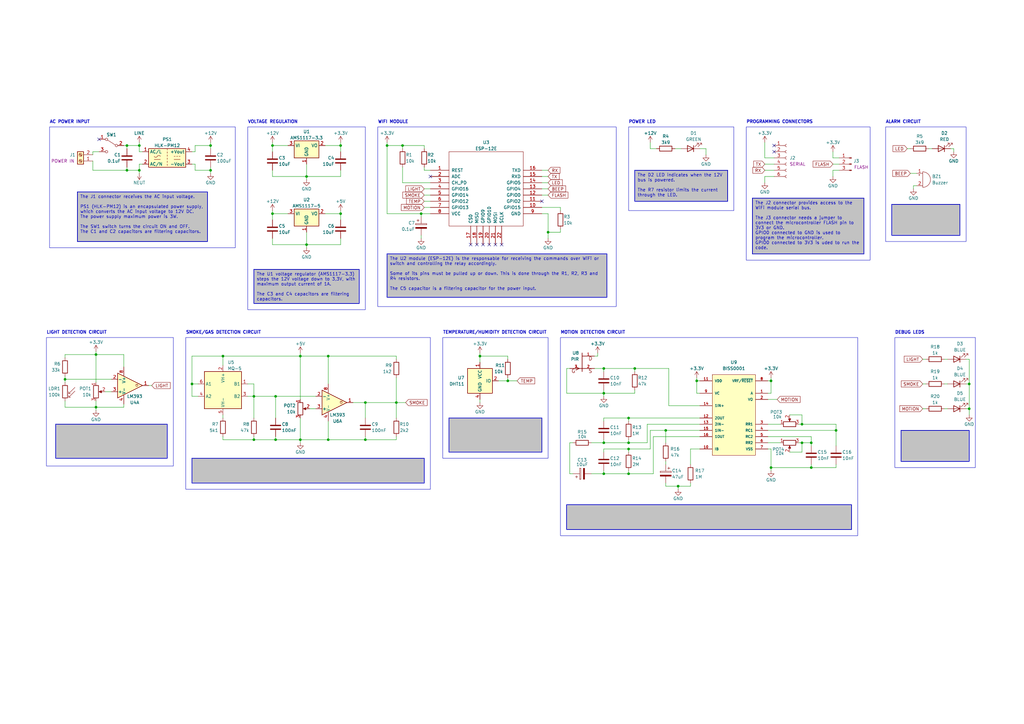
<source format=kicad_sch>
(kicad_sch (version 20230121) (generator eeschema)
  (paper "A3")
  (title_block (title "Sensor Module") (date "2024-06-20") (rev "1.0") (company "Alan Carvalho"))
  (junction (at 111.76 87.63))
  (junction (at 257.81 194.31))
  (junction (at 139.7 59.69))
  (junction (at 273.05 176.53))
  (junction (at 52.07 59.69))
  (junction (at 257.81 181.61))
  (junction (at 52.07 69.85))
  (junction (at 165.1 59.69))
  (junction (at 247.65 194.31))
  (junction (at 224.79 95.25))
  (junction (at 208.28 156.21))
  (junction (at 26.67 155.575))
  (junction (at 316.23 191.77))
  (junction (at 39.37 145.415))
  (junction (at 397.51 157.48))
  (junction (at 196.85 146.05))
  (junction (at 397.51 167.64))
  (junction (at 158.75 59.69))
  (junction (at 342.9 176.53))
  (junction (at 328.93 173.99))
  (junction (at 113.03 162.56))
  (junction (at 257.81 184.15))
  (junction (at 57.15 59.69))
  (junction (at 134.62 146.05))
  (junction (at 125.73 100.33))
  (junction (at 57.15 69.85))
  (junction (at 39.37 167.005))
  (junction (at 332.74 181.61))
  (junction (at 78.74 157.48))
  (junction (at 247.65 161.29))
  (junction (at 316.23 156.21))
  (junction (at 125.73 72.39))
  (junction (at 260.35 151.13))
  (junction (at 111.76 59.69))
  (junction (at 104.14 162.56))
  (junction (at 285.75 156.21))
  (junction (at 278.13 199.39))
  (junction (at 123.19 146.05))
  (junction (at 332.74 191.77))
  (junction (at 257.81 171.45))
  (junction (at 123.19 180.34))
  (junction (at 162.56 165.1))
  (junction (at 247.65 151.13))
  (junction (at 247.65 181.61))
  (junction (at 91.44 146.05))
  (junction (at 172.72 87.63))
  (junction (at 86.36 59.69))
  (junction (at 139.7 87.63))
  (junction (at 328.93 181.61))
  (junction (at 149.86 180.34))
  (junction (at 149.86 165.1))
  (junction (at 86.36 69.85))
  (junction (at 113.03 180.34))
  (junction (at 104.14 180.34))
  (junction (at 134.62 180.34))
  (no_connect (at 317.5 59.69))
  (no_connect (at 205.74 100.33))
  (no_connect (at 198.12 100.33))
  (no_connect (at 317.5 62.23))
  (no_connect (at 193.04 100.33))
  (no_connect (at 200.66 100.33))
  (no_connect (at 203.2 100.33))
  (no_connect (at 40.64 57.15))
  (no_connect (at 222.25 82.55))
  (no_connect (at 195.58 100.33))
  (no_connect (at 176.53 72.39))
  (wire (pts (xy 257.81 171.45) (xy 247.65 171.45)))
  (wire (pts (xy 111.76 97.79) (xy 111.76 100.33)))
  (wire (pts (xy 285.75 161.29) (xy 285.75 156.21)))
  (wire (pts (xy 113.03 180.34) (xy 104.14 180.34)))
  (wire (pts (xy 247.65 184.15) (xy 257.81 184.15)))
  (wire (pts (xy 257.81 194.31) (xy 267.97 194.31)))
  (wire (pts (xy 104.14 157.48) (xy 104.14 162.56)))
  (wire (pts (xy 78.74 162.56) (xy 81.28 162.56)))
  (wire (pts (xy 91.44 146.05) (xy 91.44 149.86)))
  (wire (pts (xy 81.28 157.48) (xy 78.74 157.48)))
  (wire (pts (xy 196.85 163.83) (xy 196.85 165.1)))
  (wire (pts (xy 332.74 190.5) (xy 332.74 191.77)))
  (wire (pts (xy 78.74 146.05) (xy 78.74 157.48)))
  (wire (pts (xy 162.56 180.34) (xy 149.86 180.34)))
  (wire (pts (xy 274.32 166.37) (xy 287.02 166.37)))
  (wire (pts (xy 314.96 161.29) (xy 316.23 161.29)))
  (wire (pts (xy 39.37 164.465) (xy 39.37 167.005)))
  (wire (pts (xy 323.85 185.42) (xy 328.93 185.42)))
  (wire (pts (xy 125.73 72.39) (xy 111.76 72.39)))
  (wire (pts (xy 387.35 147.32) (xy 388.62 147.32)))
  (wire (pts (xy 229.87 93.98) (xy 229.87 95.25)))
  (wire (pts (xy 52.07 59.69) (xy 57.15 59.69)))
  (wire (pts (xy 26.67 167.005) (xy 39.37 167.005)))
  (wire (pts (xy 224.79 95.25) (xy 229.87 95.25)))
  (wire (pts (xy 50.8 59.69) (xy 52.07 59.69)))
  (wire (pts (xy 139.7 97.79) (xy 139.7 100.33)))
  (wire (pts (xy 313.69 72.39) (xy 317.5 72.39)))
  (wire (pts (xy 314.96 176.53) (xy 342.9 176.53)))
  (wire (pts (xy 139.7 86.36) (xy 139.7 87.63)))
  (wire (pts (xy 232.41 151.13) (xy 232.41 161.29)))
  (wire (pts (xy 332.74 181.61) (xy 332.74 179.07)))
  (wire (pts (xy 224.79 87.63) (xy 222.25 87.63)))
  (wire (pts (xy 149.86 179.07) (xy 149.86 180.34)))
  (wire (pts (xy 91.44 180.34) (xy 104.14 180.34)))
  (wire (pts (xy 173.99 85.09) (xy 176.53 85.09)))
  (wire (pts (xy 222.25 80.01) (xy 224.79 80.01)))
  (wire (pts (xy 327.66 173.99) (xy 328.93 173.99)))
  (wire (pts (xy 57.15 62.23) (xy 58.42 62.23)))
  (wire (pts (xy 91.44 179.07) (xy 91.44 180.34)))
  (wire (pts (xy 341.63 72.39) (xy 341.63 69.85)))
  (wire (pts (xy 372.11 60.96) (xy 373.38 60.96)))
  (wire (pts (xy 283.21 184.15) (xy 287.02 184.15)))
  (wire (pts (xy 57.15 58.42) (xy 57.15 59.69)))
  (wire (pts (xy 173.99 82.55) (xy 176.53 82.55)))
  (wire (pts (xy 86.36 59.69) (xy 86.36 60.96)))
  (wire (pts (xy 39.37 167.005) (xy 39.37 168.275)))
  (wire (pts (xy 57.15 67.31) (xy 58.42 67.31)))
  (wire (pts (xy 26.67 146.685) (xy 26.67 145.415)))
  (wire (pts (xy 222.25 72.39) (xy 224.79 72.39)))
  (wire (pts (xy 314.96 163.83) (xy 318.77 163.83)))
  (wire (pts (xy 196.85 144.78) (xy 196.85 146.05)))
  (wire (pts (xy 342.9 190.5) (xy 342.9 191.77)))
  (wire (pts (xy 111.76 86.36) (xy 111.76 87.63)))
  (wire (pts (xy 38.1 66.04) (xy 38.1 69.85)))
  (wire (pts (xy 134.62 146.05) (xy 123.19 146.05)))
  (wire (pts (xy 316.23 191.77) (xy 332.74 191.77)))
  (wire (pts (xy 26.67 155.575) (xy 26.67 156.845)))
  (wire (pts (xy 378.46 157.48) (xy 379.73 157.48)))
  (wire (pts (xy 342.9 173.99) (xy 342.9 176.53)))
  (wire (pts (xy 52.07 59.69) (xy 52.07 60.96)))
  (wire (pts (xy 208.28 146.05) (xy 196.85 146.05)))
  (wire (pts (xy 313.69 64.77) (xy 317.5 64.77)))
  (wire (pts (xy 247.65 161.29) (xy 247.65 162.56)))
  (wire (pts (xy 257.81 171.45) (xy 257.81 172.72)))
  (wire (pts (xy 285.75 154.94) (xy 285.75 156.21)))
  (wire (pts (xy 173.99 69.85) (xy 173.99 68.58)))
  (wire (pts (xy 50.8 167.005) (xy 39.37 167.005)))
  (wire (pts (xy 245.11 146.05) (xy 245.11 144.78)))
  (wire (pts (xy 50.8 145.415) (xy 50.8 150.495)))
  (wire (pts (xy 101.6 162.56) (xy 104.14 162.56)))
  (wire (pts (xy 341.63 69.85) (xy 344.17 69.85)))
  (wire (pts (xy 39.37 145.415) (xy 39.37 156.845)))
  (wire (pts (xy 113.03 179.07) (xy 113.03 180.34)))
  (wire (pts (xy 313.69 74.93) (xy 313.69 72.39)))
  (wire (pts (xy 113.03 162.56) (xy 129.54 162.56)))
  (wire (pts (xy 266.7 176.53) (xy 266.7 184.15)))
  (wire (pts (xy 162.56 165.1) (xy 166.37 165.1)))
  (wire (pts (xy 287.02 161.29) (xy 285.75 161.29)))
  (wire (pts (xy 111.76 59.69) (xy 118.11 59.69)))
  (wire (pts (xy 289.56 60.96) (xy 289.56 63.5)))
  (wire (pts (xy 86.36 59.69) (xy 86.36 58.42)))
  (wire (pts (xy 162.56 179.07) (xy 162.56 180.34)))
  (wire (pts (xy 86.36 71.12) (xy 86.36 69.85)))
  (wire (pts (xy 341.63 67.31) (xy 344.17 67.31)))
  (wire (pts (xy 208.28 156.21) (xy 212.09 156.21)))
  (wire (pts (xy 287.02 173.99) (xy 265.43 173.99)))
  (wire (pts (xy 260.35 151.13) (xy 260.35 152.4)))
  (wire (pts (xy 328.93 181.61) (xy 332.74 181.61)))
  (wire (pts (xy 232.41 161.29) (xy 247.65 161.29)))
  (wire (pts (xy 247.65 180.34) (xy 247.65 181.61)))
  (wire (pts (xy 257.81 181.61) (xy 265.43 181.61)))
  (wire (pts (xy 378.46 147.32) (xy 379.73 147.32)))
  (wire (pts (xy 257.81 184.15) (xy 266.7 184.15)))
  (wire (pts (xy 111.76 58.42) (xy 111.76 59.69)))
  (wire (pts (xy 313.69 58.42) (xy 313.69 64.77)))
  (wire (pts (xy 224.79 95.25) (xy 224.79 87.63)))
  (wire (pts (xy 111.76 69.85) (xy 111.76 72.39)))
  (wire (pts (xy 39.37 144.145) (xy 39.37 145.415)))
  (wire (pts (xy 323.85 170.18) (xy 328.93 170.18)))
  (wire (pts (xy 397.51 147.32) (xy 397.51 157.48)))
  (wire (pts (xy 125.73 72.39) (xy 125.73 73.66)))
  (wire (pts (xy 242.57 181.61) (xy 247.65 181.61)))
  (wire (pts (xy 273.05 198.12) (xy 273.05 199.39)))
  (wire (pts (xy 162.56 154.94) (xy 162.56 165.1)))
  (wire (pts (xy 247.65 171.45) (xy 247.65 172.72)))
  (wire (pts (xy 273.05 176.53) (xy 287.02 176.53)))
  (wire (pts (xy 139.7 58.42) (xy 139.7 59.69)))
  (wire (pts (xy 332.74 182.88) (xy 332.74 181.61)))
  (wire (pts (xy 342.9 176.53) (xy 342.9 182.88)))
  (wire (pts (xy 176.53 69.85) (xy 173.99 69.85)))
  (wire (pts (xy 176.53 74.93) (xy 165.1 74.93)))
  (wire (pts (xy 149.86 180.34) (xy 134.62 180.34)))
  (wire (pts (xy 283.21 190.5) (xy 283.21 184.15)))
  (wire (pts (xy 104.14 162.56) (xy 104.14 171.45)))
  (wire (pts (xy 123.19 180.34) (xy 113.03 180.34)))
  (wire (pts (xy 173.99 77.47) (xy 176.53 77.47)))
  (wire (pts (xy 397.51 157.48) (xy 397.51 167.64)))
  (wire (pts (xy 327.66 181.61) (xy 328.93 181.61)))
  (wire (pts (xy 316.23 184.15) (xy 314.96 184.15)))
  (wire (pts (xy 247.65 151.13) (xy 243.84 151.13)))
  (wire (pts (xy 396.24 147.32) (xy 397.51 147.32)))
  (wire (pts (xy 260.35 151.13) (xy 274.32 151.13)))
  (wire (pts (xy 139.7 87.63) (xy 133.35 87.63)))
  (wire (pts (xy 172.72 96.52) (xy 172.72 97.79)))
  (wire (pts (xy 287.02 60.96) (xy 289.56 60.96)))
  (wire (pts (xy 125.73 95.25) (xy 125.73 100.33)))
  (wire (pts (xy 80.01 67.31) (xy 78.74 67.31)))
  (wire (pts (xy 165.1 74.93) (xy 165.1 68.58)))
  (wire (pts (xy 287.02 179.07) (xy 267.97 179.07)))
  (wire (pts (xy 314.96 179.07) (xy 332.74 179.07)))
  (wire (pts (xy 39.37 145.415) (xy 50.8 145.415)))
  (wire (pts (xy 257.81 184.15) (xy 257.81 185.42)))
  (wire (pts (xy 127 167.64) (xy 129.54 167.64)))
  (wire (pts (xy 208.28 147.32) (xy 208.28 146.05)))
  (wire (pts (xy 387.35 157.48) (xy 388.62 157.48)))
  (wire (pts (xy 80.01 62.23) (xy 78.74 62.23)))
  (wire (pts (xy 234.95 194.31) (xy 233.68 194.31)))
  (wire (pts (xy 134.62 180.34) (xy 123.19 180.34)))
  (wire (pts (xy 43.18 160.655) (xy 45.72 160.655)))
  (wire (pts (xy 162.56 165.1) (xy 162.56 171.45)))
  (wire (pts (xy 123.19 144.78) (xy 123.19 146.05)))
  (wire (pts (xy 283.21 199.39) (xy 283.21 198.12)))
  (wire (pts (xy 381 60.96) (xy 382.27 60.96)))
  (wire (pts (xy 233.68 151.13) (xy 232.41 151.13)))
  (wire (pts (xy 391.16 62.23) (xy 391.16 60.96)))
  (wire (pts (xy 139.7 90.17) (xy 139.7 87.63)))
  (wire (pts (xy 243.84 146.05) (xy 245.11 146.05)))
  (wire (pts (xy 158.75 59.69) (xy 165.1 59.69)))
  (wire (pts (xy 267.97 179.07) (xy 267.97 194.31)))
  (wire (pts (xy 125.73 67.31) (xy 125.73 72.39)))
  (wire (pts (xy 111.76 90.17) (xy 111.76 87.63)))
  (wire (pts (xy 40.64 62.23) (xy 38.1 62.23)))
  (wire (pts (xy 224.79 97.79) (xy 224.79 95.25)))
  (wire (pts (xy 273.05 189.23) (xy 273.05 190.5)))
  (wire (pts (xy 134.62 172.72) (xy 134.62 180.34)))
  (wire (pts (xy 397.51 167.64) (xy 397.51 170.18)))
  (wire (pts (xy 162.56 165.1) (xy 149.86 165.1)))
  (wire (pts (xy 165.1 59.69) (xy 173.99 59.69)))
  (wire (pts (xy 233.68 181.61) (xy 234.95 181.61)))
  (wire (pts (xy 278.13 199.39) (xy 278.13 200.66)))
  (wire (pts (xy 247.65 152.4) (xy 247.65 151.13)))
  (wire (pts (xy 222.25 77.47) (xy 224.79 77.47)))
  (wire (pts (xy 328.93 185.42) (xy 328.93 181.61)))
  (wire (pts (xy 38.1 62.23) (xy 38.1 63.5)))
  (wire (pts (xy 341.63 62.23) (xy 341.63 64.77)))
  (wire (pts (xy 123.19 146.05) (xy 91.44 146.05)))
  (wire (pts (xy 242.57 194.31) (xy 247.65 194.31)))
  (wire (pts (xy 125.73 100.33) (xy 111.76 100.33)))
  (wire (pts (xy 78.74 157.48) (xy 78.74 162.56)))
  (wire (pts (xy 158.75 58.42) (xy 158.75 59.69)))
  (wire (pts (xy 204.47 156.21) (xy 208.28 156.21)))
  (wire (pts (xy 391.16 60.96) (xy 389.89 60.96)))
  (wire (pts (xy 316.23 184.15) (xy 316.23 191.77)))
  (wire (pts (xy 139.7 69.85) (xy 139.7 72.39)))
  (wire (pts (xy 123.19 180.34) (xy 123.19 181.61)))
  (wire (pts (xy 208.28 154.94) (xy 208.28 156.21)))
  (wire (pts (xy 314.96 181.61) (xy 320.04 181.61)))
  (wire (pts (xy 316.23 193.04) (xy 316.23 191.77)))
  (wire (pts (xy 273.05 199.39) (xy 278.13 199.39)))
  (wire (pts (xy 139.7 72.39) (xy 125.73 72.39)))
  (wire (pts (xy 273.05 176.53) (xy 266.7 176.53)))
  (wire (pts (xy 26.67 145.415) (xy 39.37 145.415)))
  (wire (pts (xy 233.68 194.31) (xy 233.68 181.61)))
  (wire (pts (xy 80.01 67.31) (xy 80.01 69.85)))
  (wire (pts (xy 139.7 62.23) (xy 139.7 59.69)))
  (wire (pts (xy 101.6 157.48) (xy 104.14 157.48)))
  (wire (pts (xy 342.9 191.77) (xy 332.74 191.77)))
  (wire (pts (xy 52.07 69.85) (xy 57.15 69.85)))
  (wire (pts (xy 278.13 199.39) (xy 283.21 199.39)))
  (wire (pts (xy 158.75 87.63) (xy 172.72 87.63)))
  (wire (pts (xy 222.25 69.85) (xy 224.79 69.85)))
  (wire (pts (xy 396.24 157.48) (xy 397.51 157.48)))
  (wire (pts (xy 257.81 180.34) (xy 257.81 181.61)))
  (wire (pts (xy 91.44 146.05) (xy 78.74 146.05)))
  (wire (pts (xy 80.01 59.69) (xy 86.36 59.69)))
  (wire (pts (xy 26.67 155.575) (xy 45.72 155.575)))
  (wire (pts (xy 80.01 59.69) (xy 80.01 62.23)))
  (wire (pts (xy 328.93 170.18) (xy 328.93 173.99)))
  (wire (pts (xy 229.87 86.36) (xy 229.87 85.09)))
  (wire (pts (xy 26.67 164.465) (xy 26.67 167.005)))
  (wire (pts (xy 266.7 60.96) (xy 266.7 58.42)))
  (wire (pts (xy 316.23 156.21) (xy 316.23 154.94)))
  (wire (pts (xy 222.25 74.93) (xy 224.79 74.93)))
  (wire (pts (xy 316.23 161.29) (xy 316.23 156.21)))
  (wire (pts (xy 247.65 185.42) (xy 247.65 184.15)))
  (wire (pts (xy 86.36 68.58) (xy 86.36 69.85)))
  (wire (pts (xy 134.62 146.05) (xy 134.62 157.48)))
  (wire (pts (xy 38.1 69.85) (xy 52.07 69.85)))
  (wire (pts (xy 57.15 59.69) (xy 57.15 62.23)))
  (wire (pts (xy 328.93 173.99) (xy 342.9 173.99)))
  (wire (pts (xy 125.73 100.33) (xy 125.73 101.6)))
  (wire (pts (xy 373.38 71.12) (xy 375.92 71.12)))
  (wire (pts (xy 378.46 167.64) (xy 379.73 167.64)))
  (wire (pts (xy 104.14 179.07) (xy 104.14 180.34)))
  (wire (pts (xy 57.15 69.85) (xy 57.15 67.31)))
  (wire (pts (xy 273.05 176.53) (xy 273.05 181.61)))
  (wire (pts (xy 158.75 59.69) (xy 158.75 87.63)))
  (wire (pts (xy 314.96 173.99) (xy 320.04 173.99)))
  (wire (pts (xy 134.62 146.05) (xy 162.56 146.05)))
  (wire (pts (xy 276.86 60.96) (xy 279.4 60.96)))
  (wire (pts (xy 285.75 156.21) (xy 287.02 156.21)))
  (wire (pts (xy 274.32 151.13) (xy 274.32 166.37)))
  (wire (pts (xy 50.8 165.735) (xy 50.8 167.005)))
  (wire (pts (xy 247.65 160.02) (xy 247.65 161.29)))
  (wire (pts (xy 139.7 59.69) (xy 133.35 59.69)))
  (wire (pts (xy 387.35 167.64) (xy 388.62 167.64)))
  (wire (pts (xy 60.96 158.115) (xy 62.23 158.115)))
  (wire (pts (xy 111.76 62.23) (xy 111.76 59.69)))
  (wire (pts (xy 139.7 100.33) (xy 125.73 100.33)))
  (wire (pts (xy 257.81 194.31) (xy 247.65 194.31)))
  (wire (pts (xy 260.35 160.02) (xy 260.35 161.29)))
  (wire (pts (xy 341.63 64.77) (xy 344.17 64.77)))
  (wire (pts (xy 144.78 165.1) (xy 149.86 165.1)))
  (wire (pts (xy 257.81 193.04) (xy 257.81 194.31)))
  (wire (pts (xy 80.01 69.85) (xy 86.36 69.85)))
  (wire (pts (xy 265.43 173.99) (xy 265.43 181.61)))
  (wire (pts (xy 196.85 146.05) (xy 196.85 148.59)))
  (wire (pts (xy 229.87 85.09) (xy 222.25 85.09)))
  (wire (pts (xy 123.19 146.05) (xy 123.19 163.83)))
  (wire (pts (xy 57.15 69.85) (xy 57.15 71.12)))
  (wire (pts (xy 149.86 165.1) (xy 149.86 171.45)))
  (wire (pts (xy 314.96 156.21) (xy 316.23 156.21)))
  (wire (pts (xy 374.65 76.2) (xy 375.92 76.2)))
  (wire (pts (xy 52.07 68.58) (xy 52.07 69.85)))
  (wire (pts (xy 269.24 60.96) (xy 266.7 60.96)))
  (wire (pts (xy 374.65 77.47) (xy 374.65 76.2)))
  (wire (pts (xy 173.99 80.01) (xy 176.53 80.01)))
  (wire (pts (xy 396.24 167.64) (xy 397.51 167.64)))
  (wire (pts (xy 162.56 147.32) (xy 162.56 146.05)))
  (wire (pts (xy 173.99 60.96) (xy 173.99 59.69)))
  (wire (pts (xy 113.03 162.56) (xy 104.14 162.56)))
  (wire (pts (xy 247.65 161.29) (xy 260.35 161.29)))
  (wire (pts (xy 123.19 171.45) (xy 123.19 180.34)))
  (wire (pts (xy 247.65 193.04) (xy 247.65 194.31)))
  (wire (pts (xy 172.72 87.63) (xy 172.72 88.9)))
  (wire (pts (xy 26.67 154.305) (xy 26.67 155.575)))
  (wire (pts (xy 313.69 67.31) (xy 317.5 67.31)))
  (wire (pts (xy 257.81 181.61) (xy 247.65 181.61)))
  (wire (pts (xy 247.65 151.13) (xy 260.35 151.13)))
  (wire (pts (xy 257.81 171.45) (xy 287.02 171.45)))
  (wire (pts (xy 172.72 87.63) (xy 176.53 87.63)))
  (wire (pts (xy 111.76 87.63) (xy 118.11 87.63)))
  (wire (pts (xy 165.1 60.96) (xy 165.1 59.69)))
  (wire (pts (xy 91.44 170.18) (xy 91.44 171.45)))
  (wire (pts (xy 313.69 69.85) (xy 317.5 69.85)))
  (wire (pts (xy 113.03 171.45) (xy 113.03 162.56)))
  (rectangle (start 363.22 52.07) (end 396.24 99.06))
  (rectangle (start 76.2 138.43) (end 176.53 200.66))
  (rectangle (start 19.05 138.43) (end 71.12 191.135))
  (rectangle (start 306.07 52.07) (end 356.87 106.68))
  (rectangle (start 101.6 52.07) (end 149.86 127))
  (rectangle (start 154.94 52.07) (end 252.73 125.73))
  (rectangle (start 181.61 138.43) (end 224.79 187.96))
  (rectangle (start 229.87 138.43) (end 351.79 219.71))
  (rectangle (start 20.32 52.07) (end 96.52 101.6))
  (rectangle (start 257.81 52.07) (end 300.99 86.36))
  (rectangle (start 367.03 138.43) (end 400.05 191.77))
  (text_box "" (at 365.76 83.82 0) (size 27.94 12.7) (stroke (width 0.3)) (fill (type color) (color 194 194 194 1)) (effects (font (size 1.27 1.27)) (justify left top)))
  (text_box "The J1 connector receives the AC input voltage.\n\nPS1 (HLK-PM12) is an encapsulated power supply, which converts the AC input voltage to 12V DC.\nThe power supply maximum power is 3W. \n\nThe SW1 switch turns the circuit ON and OFF. \nThe C1 and C2 capacitors are filtering capacitors." (at 31.75 78.74 0) (size 53.34 20.32) (stroke (width 0.3)) (fill (type color) (color 194 194 194 1)) (effects (font (size 1.27 1.27)) (justify left top)))
  (text_box "The J2 connector provides access to the WiFi module serial bus.\n\nThe J3 connector needs a jumper to connect the microcontroller FLASH pin to 3V3 or GND.\nGPIO0 connected to GND is used to program the microcontroller.\nGPIO0 connected to 3V3 is uded to run the code." (at 308.61 81.28 0) (size 45.72 22.86) (stroke (width 0.3)) (fill (type color) (color 194 194 194 1)) (effects (font (size 1.27 1.27)) (justify left top)))
  (text_box "" (at 22.86 173.99 0) (size 45.72 13.97) (stroke (width 0.3)) (fill (type color) (color 194 194 194 1)) (effects (font (size 1.27 1.27)) (justify left top)))
  (text_box "The D2 LED indicates when the 12V bus is powered.\n\nThe R7 resistor limits the current through the LED." (at 260.35 69.85 0) (size 38.1 12.7) (stroke (width 0.3)) (fill (type color) (color 194 194 194 1)) (effects (font (size 1.27 1.27)) (justify left top)))
  (text_box "The U2 module (ESP-12E) is the responsable for receiving the commands over WiFi or switch and controlling the relay accordingly.\n\nSome of its pins must be pulled up or down. This is done through the R1, R2, R3 and R4 resistors.\n\nThe C5 capacitor is a filtering capacitor for the power input." (at 158.75 104.14 0) (size 90.17 17.78) (stroke (width 0.3)) (fill (type color) (color 194 194 194 1)) (effects (font (size 1.27 1.27)) (justify left top)))
  (text_box "" (at 184.15 171.45 0) (size 38.1 13.97) (stroke (width 0.3)) (fill (type color) (color 194 194 194 1)) (effects (font (size 1.27 1.27)) (justify left top)))
  (text_box "The U1 voltage regulator (AMS1117-3.3) steps the 12V voltage down to 3,3V, with maximum output current of 1A.\n \nThe C3 and C4 capacitors are filtering capacitors." (at 104.14 110.49 0) (size 43.18 13.97) (stroke (width 0.3)) (fill (type color) (color 194 194 194 1)) (effects (font (size 1.27 1.27)) (justify left top)))
  (text_box "" (at 232.41 207.01 0) (size 116.84 10.16) (stroke (width 0.3)) (fill (type color) (color 194 194 194 1)) (effects (font (size 1.27 1.27)) (justify left top)))
  (text_box "" (at 78.74 187.96 0) (size 95.25 10.16) (stroke (width 0.3)) (fill (type color) (color 194 194 194 1)) (effects (font (size 1.27 1.27)) (justify left top)))
  (text_box "" (at 369.57 176.53 0) (size 27.94 12.7) (stroke (width 0.3)) (fill (type color) (color 194 194 194 1)) (effects (font (size 1.27 1.27)) (justify left top)))
  (text "PROGRAMMING CONNECTORS" (at 306.07 50.8 0) (effects (font (size 1.27 1.27) (thickness 0.254) bold) (justify left bottom)))
  (text "POWER LED" (at 257.81 50.8 0) (effects (font (size 1.27 1.27) (thickness 0.254) bold) (justify left bottom)))
  (text "LIGHT DETECTION CIRCUIT" (at 19.05 137.16 0) (effects (font (size 1.27 1.27) (thickness 0.254) bold) (justify left bottom)))
  (text "AC POWER INPUT" (at 20.32 50.8 0) (effects (font (size 1.27 1.27) (thickness 0.254) bold) (justify left bottom)))
  (text "MOTION DETECTION CIRCUIT" (at 229.87 137.16 0) (effects (font (size 1.27 1.27) (thickness 0.254) bold) (justify left bottom)))
  (text "DEBUG LEDS" (at 367.03 137.16 0) (effects (font (size 1.27 1.27) (thickness 0.254) bold) (justify left bottom)))
  (text "SMOKE/GAS DETECTION CIRCUIT" (at 76.2 137.16 0) (effects (font (size 1.27 1.27) (thickness 0.254) bold) (justify left bottom)))
  (text "ALARM CIRCUIT" (at 363.22 50.8 0) (effects (font (size 1.27 1.27) (thickness 0.254) bold) (justify left bottom)))
  (text "WIFI MODULE" (at 154.94 50.8 0) (effects (font (size 1.27 1.27) (thickness 0.254) bold) (justify left bottom)))
  (text "VOLTAGE REGULATION" (at 101.6 50.8 0) (effects (font (size 1.27 1.27) (thickness 0.254) bold) (justify left bottom)))
  (text "TEMPERATURE/HUMIDITY DETECTION CIRCUIT" (at 181.61 137.16 0) (effects (font (size 1.27 1.27) (thickness 0.254) bold) (justify left bottom)))
  (global_label "TX" (shape input) (at 224.79 72.39 0) (property "Intersheetrefs" "${INTERSHEET_REFS}" (effects hide)))
  (global_label "SMOKE" (shape input) (at 173.99 80.01 180) (property "Intersheetrefs" "${INTERSHEET_REFS}" (effects hide)))
  (global_label "TX" (shape input) (at 313.69 67.31 180) (property "Intersheetrefs" "${INTERSHEET_REFS}" (effects hide)))
  (global_label "BEEP" (shape input) (at 224.79 77.47 0) (property "Intersheetrefs" "${INTERSHEET_REFS}" (effects hide)))
  (global_label "BEEP" (shape input) (at 373.38 71.12 180) (property "Intersheetrefs" "${INTERSHEET_REFS}" (effects hide)))
  (global_label "TEMP" (shape input) (at 212.09 156.21 0) (property "Intersheetrefs" "${INTERSHEET_REFS}" (effects hide)))
  (global_label "LIGHT" (shape input) (at 378.46 147.32 180) (property "Intersheetrefs" "${INTERSHEET_REFS}" (effects hide)))
  (global_label "MOTION" (shape input) (at 173.99 85.09 180) (property "Intersheetrefs" "${INTERSHEET_REFS}" (effects hide)))
  (global_label "MOTION" (shape input) (at 378.46 167.64 180) (property "Intersheetrefs" "${INTERSHEET_REFS}" (effects hide)))
  (global_label "LIGHT" (shape input) (at 62.23 158.115 0) (property "Intersheetrefs" "${INTERSHEET_REFS}" (effects hide)))
  (global_label "FLASH" (shape input) (at 341.63 67.31 180) (property "Intersheetrefs" "${INTERSHEET_REFS}" (effects hide)))
  (global_label "LED" (shape input) (at 372.11 60.96 180) (property "Intersheetrefs" "${INTERSHEET_REFS}" (effects hide)))
  (global_label "SMOKE" (shape input) (at 378.46 157.48 180) (property "Intersheetrefs" "${INTERSHEET_REFS}" (effects hide)))
  (global_label "SMOKE" (shape input) (at 166.37 165.1 0) (property "Intersheetrefs" "${INTERSHEET_REFS}" (effects hide)))
  (global_label "MOTION" (shape input) (at 318.77 163.83 0) (property "Intersheetrefs" "${INTERSHEET_REFS}" (effects hide)))
  (global_label "LED" (shape input) (at 224.79 74.93 0) (property "Intersheetrefs" "${INTERSHEET_REFS}" (effects hide)))
  (global_label "TEMP" (shape input) (at 173.99 82.55 180) (property "Intersheetrefs" "${INTERSHEET_REFS}" (effects hide)))
  (global_label "FLASH" (shape input) (at 224.79 80.01 0) (property "Intersheetrefs" "${INTERSHEET_REFS}" (effects hide)))
  (global_label "LIGHT" (shape input) (at 173.99 77.47 180) (property "Intersheetrefs" "${INTERSHEET_REFS}" (effects hide)))
  (global_label "RX" (shape input) (at 313.69 69.85 180) (property "Intersheetrefs" "${INTERSHEET_REFS}" (effects hide)))
  (global_label "RX" (shape input) (at 224.79 69.85 0) (property "Intersheetrefs" "${INTERSHEET_REFS}" (effects hide)))
  (symbol (lib_id "Switch:SW_SPDT") (at 45.72 59.69 0) (mirror y) (unit 1)
    (property "Reference" "SW1" (at 45.72 55.245 0))
    (property "Value" "SW_SPDT" (effects hide))
    (property "Footprint" "MyLibrary:Toggle_Switch_SelfLocking_7x7" (effects hide))
  )
  (symbol (lib_id "Device:C") (at 342.9 186.69 0) (unit 1)
    (property "Reference" "C16" (at 345.44 185.42 0) (effects (justify left)))
    (property "Value" "10nF" (at 345.44 187.96 0) (effects (justify left)))
    (property "Footprint" "Capacitor_SMD:C_0603_1608Metric" (effects hide))
    (property "Voltage" "16V" (effects hide))
  )
  (symbol (lib_id "Device:C_Polarized") (at 238.76 194.31 90) (unit 1)
    (property "Reference" "C13" (at 238.76 188.595 90))
    (property "Value" "10uF" (at 238.76 190.5 90))
    (property "Footprint" "Capacitor_SMD:CP_Elec_5x5.4" (effects hide))
  )
  (symbol (lib_id "power:+12V") (at 111.76 86.36 0) (unit 1)
    (property "Reference" "#PWR08" (effects hide))
    (property "Value" "+12V" (at 111.76 82.55 0))
  )
  (symbol (lib_id "power:+3.3V") (at 39.37 144.145 0) (unit 1)
    (property "Reference" "#PWR01" (effects hide))
    (property "Value" "+3.3V" (at 39.37 140.335 0))
  )
  (symbol (lib_id "Device:R") (at 208.28 151.13 0) (unit 1)
    (property "Reference" "R11" (at 205.105 149.86 0))
    (property "Value" "10k" (at 206.375 152.4 0) (effects (justify right)))
    (property "Footprint" "Resistor_SMD:R_0603_1608Metric" (effects hide))
    (property "Tolerance" "5%" (effects hide))
    (property "Power" "1/10W" (effects hide))
  )
  (symbol (lib_id "power:GND") (at 224.79 97.79 0) (unit 1)
    (property "Reference" "#PWR019" (effects hide))
    (property "Value" "GND" (at 224.79 101.6 0))
  )
  (symbol (lib_id "power:GND") (at 391.16 62.23 0) (unit 1)
    (property "Reference" "#PWR033" (effects hide))
    (property "Value" "GND" (at 391.16 66.04 0))
  )
  (symbol (lib_id "Device:C_Polarized") (at 172.72 92.71 0) (unit 1)
    (property "Reference" "C7" (at 170.18 91.44 0) (effects (justify right)))
    (property "Value" "0.1uF" (at 170.18 93.98 0) (effects (justify right)))
    (property "Footprint" "Capacitor_SMD:C_0603_1608Metric" (effects hide))
    (property "Voltage" "6.3V" (effects hide))
  )
  (symbol (lib_id "Connector:Conn_01x06_Socket") (at 322.58 64.77 0) (unit 1)
    (property "Reference" "J2" (at 323.85 64.77 0) (effects (justify left)))
    (property "Value" "Conn_01x06_Socket" (effects hide))
    (property "Footprint" "Connector_PinHeader_2.54mm:PinHeader_1x06_P2.54mm_Vertical" (effects hide))
    (property "Description" "SERIAL" (at 323.85 67.31 0) (effects (justify left)))
  )
  (symbol (lib_id "Device:R") (at 257.81 176.53 180) (unit 1)
    (property "Reference" "R13" (at 263.144 175.26 0) (effects (justify left)))
    (property "Value" "1M" (at 262.128 177.8 0) (effects (justify left)))
    (property "Footprint" "Resistor_SMD:R_0603_1608Metric" (effects hide))
    (property "Tolerance" "5%" (effects hide))
    (property "Power" "1/10W" (effects hide))
  )
  (symbol (lib_id "power:+3.3V") (at 196.85 144.78 0) (unit 1)
    (property "Reference" "#PWR017" (effects hide))
    (property "Value" "+3.3V" (at 196.85 140.97 0))
  )
  (symbol (lib_id "power:+3.3V") (at 316.23 154.94 0) (unit 1)
    (property "Reference" "#PWR028" (effects hide))
    (property "Value" "+3.3V" (at 316.23 151.13 0))
  )
  (symbol (lib_id "Sensor_Optical:LDR07") (at 26.67 160.655 0) (mirror y) (unit 1)
    (property "Reference" "LDR1" (at 24.765 159.385 0) (effects (justify left)))
    (property "Value" "100k" (at 24.765 161.925 0) (effects (justify left)))
    (property "Footprint" "OptoDevice:R_LDR_5.1x4.3mm_P3.4mm_Vertical" (effects hide))
    (property "Datasheet" "http://www.tme.eu/de/Document/f2e3ad76a925811312d226c31da4cd7e/LDR07.pdf" (effects hide))
  )
  (symbol (lib_id "Device:R") (at 257.81 189.23 0) (mirror y) (unit 1)
    (property "Reference" "R14" (at 263.144 187.96 0) (effects (justify left)))
    (property "Value" "2M" (at 262.255 190.5 0) (effects (justify left)))
    (property "Footprint" "Resistor_SMD:R_0603_1608Metric" (effects hide))
    (property "Tolerance" "5%" (effects hide))
    (property "Power" "1/10W" (effects hide))
  )
  (symbol (lib_id "Device:R") (at 377.19 60.96 270) (unit 1)
    (property "Reference" "R5" (at 377.19 55.88 90))
    (property "Value" "3k9" (at 377.19 58.42 90))
    (property "Footprint" "Resistor_SMD:R_0603_1608Metric" (effects hide))
    (property "Tolerance" "5%" (effects hide))
    (property "Power" "1/10W" (effects hide))
  )
  (symbol (lib_id "Sensor_Gas:MQ-6") (at 91.44 160.02 0) (unit 1)
    (property "Reference" "U5" (at 93.345 148.59 0) (effects (justify left)))
    (property "Value" "MQ-5" (at 93.345 151.13 0) (effects (justify left)))
    (property "Footprint" "Sensor:MQ-6" (effects hide))
    (property "Datasheet" "https://www.winsen-sensor.com/d/files/semiconductor/mq-6.pdf" (effects hide))
  )
  (symbol (lib_id "Connector:Conn_01x03_Pin") (at 349.25 67.31 0) (mirror y) (unit 1)
    (property "Reference" "J3" (at 352.425 66.04 0) (effects (justify left)))
    (property "Value" "Conn_01x03_Socket" (effects hide))
    (property "Footprint" "Connector_PinSocket_2.54mm:PinSocket_1x03_P2.54mm_Vertical" (effects hide))
    (property "Description" "FLASH" (at 356.235 68.58 0) (effects (justify left)))
  )
  (symbol (lib_id "Device:C") (at 111.76 93.98 0) (unit 1)
    (property "Reference" "C5" (at 114.3 92.71 0) (effects (justify left)))
    (property "Value" "10uF" (at 114.3 95.25 0) (effects (justify left)))
    (property "Footprint" "Capacitor_Tantalum_SMD:CP_EIA-3216-18_Kemet-A" (effects hide))
    (property "Voltage" "16V" (effects hide))
  )
  (symbol (lib_id "My_Library:BISS0001") (at 300.99 170.18 0) (unit 1)
    (property "Reference" "U9" (at 300.99 148.59 0))
    (property "Value" "BISS0001" (at 300.99 151.13 0))
    (property "Footprint" "MyLibrary:SOIC127P600X180-16N" (effects hide))
    (property "E2_MAX" "0.0" (effects hide))
    (property "B_NOM" "0.45" (effects hide))
    (property "D_MAX" "10.0" (effects hide))
    (property "E1_NOM" "3.9" (effects hide))
    (property "E1_MIN" "3.9" (effects hide))
    (property "B_MAX" "0.45" (effects hide))
    (property "Description" "\nBISS0001, D203S, MD7133H Passive Infrared (PIR) Sensor Platform Evaluation Expansion Board\n" (effects hide))
    (property "Price" "None" (effects hide))
    (property "D2_MAX" "0.0" (effects hide))
    (property "ENOM" "1.27" (effects hide))
    (property "D_NOM" "10.0" (effects hide))
    (property "L_MAX" "0.5" (effects hide))
    (property "A_MAX" "1.8" (effects hide))
    (property "Package" "None" (effects hide))
    (property "A_NOM" "1.8" (effects hide))
    (property "Check_prices" "https://www.snapeda.com/parts/BISS0001/Shenzhen+Haiwang+Sensor+Co.+Ltd./view-part/?ref=eda" (effects hide))
    (property "A_MIN" "1.8" (effects hide))
    (property "STANDARD" "IPC 7351B" (effects hide))
    (property "SnapEDA_Link" "https://www.snapeda.com/parts/BISS0001/Shenzhen+Haiwang+Sensor+Co.+Ltd./view-part/?ref=snap" (effects hide))
    (property "E_NOM" "6.0" (effects hide))
    (property "B_MIN" "0.45" (effects hide))
    (property "PIN_COUNT" "16.0" (effects hide))
    (property "L_NOM" "0.5" (effects hide))
    (property "MANUFACTURER" "SC Electronics Tech" (effects hide))
    (property "MF" "Shenzhen Haiwang Sensor Co. Ltd." (effects hide))
    (property "A1_MIN" "0.1" (effects hide))
    (property "E1_MAX" "3.9" (effects hide))
    (property "E_MIN" "6.0" (effects hide))
    (property "D_MIN" "10.0" (effects hide))
    (property "MP" "BISS0001" (effects hide))
    (property "L_MIN" "0.5" (effects hide))
    (property "Availability" "Not in stock" (effects hide))
    (property "E_MAX" "6.0" (effects hide))
  )
  (symbol (lib_id "Device:C") (at 247.65 176.53 0) (unit 1)
    (property "Reference" "C11" (at 250.19 175.26 0) (effects (justify left)))
    (property "Value" "10nF" (at 250.19 177.8 0) (effects (justify left)))
    (property "Footprint" "Capacitor_SMD:C_0603_1608Metric" (effects hide))
    (property "Voltage" "16V" (effects hide))
  )
  (symbol (lib_id "power:GND") (at 374.65 77.47 0) (unit 1)
    (property "Reference" "#PWR032" (effects hide))
    (property "Value" "GND" (at 374.65 81.28 0))
  )
  (symbol (lib_id "power:LINE") (at 57.15 58.42 0) (unit 1)
    (property "Reference" "#PWR03" (effects hide))
    (property "Value" "LINE" (at 57.15 54.61 0))
  )
  (symbol (lib_id "power:GND") (at 341.63 72.39 0) (unit 1)
    (property "Reference" "#PWR031" (effects hide))
    (property "Value" "GND" (at 341.63 76.2 0))
  )
  (symbol (lib_id "Device:C_Polarized") (at 273.05 194.31 0) (mirror y) (unit 1)
    (property "Reference" "C14" (at 275.59 193.04 0) (effects (justify right)))
    (property "Value" "47uF" (at 275.59 195.58 0) (effects (justify right)))
    (property "Footprint" "Capacitor_SMD:CP_Elec_5x5.4" (effects hide))
  )
  (symbol (lib_id "power:+3.3V") (at 245.11 144.78 0) (unit 1)
    (property "Reference" "#PWR020" (effects hide))
    (property "Value" "+3.3V" (at 245.11 140.97 0))
  )
  (symbol (lib_id "Device:LED") (at 283.21 60.96 180) (unit 1)
    (property "Reference" "D1" (at 284.48 54.61 0))
    (property "Value" "GREEN" (at 284.48 57.15 0))
    (property "Footprint" "LED_SMD:LED_0603_1608Metric" (effects hide))
    (property "Color" "Green" (effects hide))
  )
  (symbol (lib_id "power:GND") (at 125.73 73.66 0) (unit 1)
    (property "Reference" "#PWR011" (effects hide))
    (property "Value" "GND" (at 125.73 77.47 0))
  )
  (symbol (lib_id "power:GND") (at 172.72 97.79 0) (unit 1)
    (property "Reference" "#PWR016" (effects hide))
    (property "Value" "GND" (at 172.72 101.6 0))
  )
  (symbol (lib_id "Regulator_Linear:AMS1117-3.3") (at 125.73 59.69 0) (unit 1)
    (property "Reference" "U1" (at 125.73 53.975 0))
    (property "Value" "AMS1117-3.3" (at 125.73 56.515 0))
    (property "Footprint" "Package_TO_SOT_SMD:SOT-223-3_TabPin2" (effects hide))
    (property "Datasheet" "http://www.advanced-monolithic.com/pdf/ds1117.pdf" (effects hide))
    (property "Power" "3.3W" (effects hide))
  )
  (symbol (lib_id "Device:R_Potentiometer") (at 123.19 167.64 0) (unit 1)
    (property "Reference" "POT2" (at 121.285 166.37 0) (effects (justify right)))
    (property "Value" "10k" (at 121.285 168.91 0) (effects (justify right)))
    (property "Footprint" "Potentiometer_THT:Potentiometer_Bourns_3296W_Vertical" (effects hide))
  )
  (symbol (lib_id "Device:LED") (at 386.08 60.96 180) (unit 1)
    (property "Reference" "D2" (at 387.35 54.61 0))
    (property "Value" "RED" (at 387.35 57.15 0))
    (property "Footprint" "LED_SMD:LED_0603_1608Metric" (effects hide))
    (property "Color" "Green" (effects hide))
  )
  (symbol (lib_id "Device:Buzzer") (at 378.46 73.66 0) (unit 1)
    (property "Reference" "BZ1" (at 382.27 72.39 0) (effects (justify left)))
    (property "Value" "Buzzer" (at 382.27 74.93 0) (effects (justify left)))
    (property "Footprint" "Buzzer_Beeper:Buzzer_12x9.5RM7.6" (effects hide))
  )
  (symbol (lib_id "Device:C") (at 139.7 93.98 0) (unit 1)
    (property "Reference" "C6" (at 137.16 92.71 0) (effects (justify right)))
    (property "Value" "10uF" (at 137.16 95.25 0) (effects (justify right)))
    (property "Footprint" "Capacitor_Tantalum_SMD:CP_EIA-3216-18_Kemet-A" (effects hide))
    (property "Voltage" "6.3V" (effects hide))
  )
  (symbol (lib_id "Device:R") (at 229.87 90.17 0) (unit 1)
    (property "Reference" "R3" (at 231.14 88.9 0) (effects (justify left)))
    (property "Value" "10k" (at 231.14 91.44 0) (effects (justify left)))
    (property "Footprint" "Resistor_SMD:R_0603_1608Metric" (effects hide))
    (property "Tolerance" "5%" (effects hide))
    (property "Power" "1/10W" (effects hide))
  )
  (symbol (lib_id "Device:C") (at 113.03 175.26 0) (unit 1)
    (property "Reference" "C8" (at 115.57 173.99 0) (effects (justify left)))
    (property "Value" "100nF" (at 115.57 176.53 0) (effects (justify left)))
    (property "Footprint" "Capacitor_SMD:C_0603_1608Metric" (effects hide))
    (property "Voltage" "16V" (effects hide))
  )
  (symbol (lib_id "Comparator:LM393") (at 137.16 165.1 0) (unit 3)
    (property "Reference" "U6" (effects hide))
    (property "Value" "LM393" (effects hide))
    (property "Footprint" "Package_SO:SOIC-8-1EP_3.9x4.9mm_P1.27mm_EP2.62x3.51mm" (effects hide))
    (property "Datasheet" "http://www.ti.com/lit/ds/symlink/lm393.pdf" (effects hide))
  )
  (symbol (lib_id "Device:R") (at 260.35 156.21 0) (unit 1)
    (property "Reference" "R12" (at 261.62 154.94 0) (effects (justify left)))
    (property "Value" "47k" (at 261.62 157.48 0) (effects (justify left)))
    (property "Footprint" "Resistor_SMD:R_0603_1608Metric" (effects hide))
    (property "Tolerance" "5%" (effects hide))
    (property "Power" "1/10W" (effects hide))
  )
  (symbol (lib_id "Device:R") (at 162.56 175.26 0) (unit 1)
    (property "Reference" "R10" (at 163.83 173.99 0) (effects (justify left)))
    (property "Value" "2k2" (at 167.64 176.53 0) (effects (justify right)))
    (property "Footprint" "Resistor_SMD:R_0603_1608Metric" (effects hide))
    (property "Tolerance" "5%" (effects hide))
    (property "Power" "1/10W" (effects hide))
  )
  (symbol (lib_id "Device:R") (at 91.44 175.26 0) (unit 1)
    (property "Reference" "R7" (at 88.265 173.99 0))
    (property "Value" "5k1" (at 89.535 176.53 0) (effects (justify right)))
    (property "Footprint" "Resistor_SMD:R_0603_1608Metric" (effects hide))
    (property "Tolerance" "5%" (effects hide))
    (property "Power" "1/10W" (effects hide))
  )
  (symbol (lib_id "Device:R") (at 165.1 64.77 0) (unit 1)
    (property "Reference" "R1" (at 166.37 63.5 0) (effects (justify left)))
    (property "Value" "10k" (at 166.37 66.04 0) (effects (justify left)))
    (property "Footprint" "Resistor_SMD:R_0603_1608Metric" (effects hide))
    (property "Tolerance" "5%" (effects hide))
    (property "Power" "1/10W" (effects hide))
  )
  (symbol (lib_id "Device:R") (at 26.67 150.495 0) (unit 1)
    (property "Reference" "R6" (at 23.495 149.225 0))
    (property "Value" "33k" (at 24.765 151.765 0) (effects (justify right)))
    (property "Footprint" "Resistor_SMD:R_0603_1608Metric" (effects hide))
    (property "Tolerance" "5%" (effects hide))
    (property "Power" "1/10W" (effects hide))
  )
  (symbol (lib_id "Device:C") (at 247.65 189.23 0) (mirror x) (unit 1)
    (property "Reference" "C12" (at 250.19 187.96 0) (effects (justify left)))
    (property "Value" "10nF" (at 250.19 190.5 0) (effects (justify left)))
    (property "Footprint" "Capacitor_SMD:C_0603_1608Metric" (effects hide))
    (property "Voltage" "16V" (effects hide))
  )
  (symbol (lib_id "power:GND") (at 86.36 71.12 0) (unit 1)
    (property "Reference" "#PWR06" (effects hide))
    (property "Value" "GND" (at 86.36 74.93 0))
  )
  (symbol (lib_id "My_Library:PIR_Sensor") (at 238.76 148.59 0) (unit 1)
    (property "Reference" "U8" (at 237.49 144.78 0) (effects (justify right)))
    (property "Value" "PIR" (at 237.49 147.32 0) (effects (justify right)))
    (property "Footprint" "MyLibrary:TO5" (effects hide))
    (property "MF" "Zilog" (effects hide))
    (property "Description" "\nSensor PIR (Passive Infrared) - Motion Sensing TO-5-3 Lens Top Metal Can\n" (effects hide))
    (property "Package" "TO-5-3 Zilog" (effects hide))
    (property "Price" "None" (effects hide))
    (property "SnapEDA_Link" "https://www.snapeda.com/parts/ZRE200GE/Zilog/view-part/?ref=snap" (effects hide))
    (property "MP" "ZRE200GE" (effects hide))
    (property "Availability" "In Stock" (effects hide))
    (property "Check_prices" "https://www.snapeda.com/parts/ZRE200GE/Zilog/view-part/?ref=eda" (effects hide))
  )
  (symbol (lib_id "power:GND") (at 316.23 193.04 0) (unit 1)
    (property "Reference" "#PWR029" (effects hide))
    (property "Value" "GND" (at 316.23 196.85 0))
  )
  (symbol (lib_id "Device:R") (at 383.54 167.64 270) (unit 1)
    (property "Reference" "R20" (at 383.54 162.56 90))
    (property "Value" "1k" (at 383.54 165.1 90))
    (property "Footprint" "Resistor_SMD:R_0603_1608Metric" (effects hide))
    (property "Tolerance" "5%" (effects hide))
    (property "Power" "1/10W" (effects hide))
  )
  (symbol (lib_id "Device:R") (at 162.56 151.13 0) (unit 1)
    (property "Reference" "R9" (at 159.385 149.86 0))
    (property "Value" "1k2" (at 160.655 152.4 0) (effects (justify right)))
    (property "Footprint" "Resistor_SMD:R_0603_1608Metric" (effects hide))
    (property "Tolerance" "5%" (effects hide))
    (property "Power" "1/10W" (effects hide))
  )
  (symbol (lib_id "Device:R") (at 238.76 181.61 270) (unit 1)
    (property "Reference" "R15" (at 238.76 177.165 90))
    (property "Value" "10k" (at 238.76 179.07 90))
    (property "Footprint" "Resistor_SMD:R_0603_1608Metric" (effects hide))
    (property "Tolerance" "5%" (effects hide))
    (property "Power" "1/10W" (effects hide))
  )
  (symbol (lib_id "Device:R") (at 283.21 194.31 180) (unit 1)
    (property "Reference" "R17" (at 287.02 193.04 0))
    (property "Value" "1M" (at 285.115 195.58 0) (effects (justify right)))
    (property "Footprint" "Resistor_SMD:R_0603_1608Metric" (effects hide))
    (property "Tolerance" "5%" (effects hide))
    (property "Power" "1/10W" (effects hide))
  )
  (symbol (lib_id "Device:R") (at 104.14 175.26 0) (unit 1)
    (property "Reference" "R8" (at 100.965 173.99 0))
    (property "Value" "47k" (at 102.235 176.53 0) (effects (justify right)))
    (property "Footprint" "Resistor_SMD:R_0603_1608Metric" (effects hide))
    (property "Tolerance" "5%" (effects hide))
    (property "Power" "1/10W" (effects hide))
  )
  (symbol (lib_id "Converter_ACDC:HLK-PM12") (at 68.58 64.77 0) (unit 1)
    (property "Reference" "PS1" (at 68.58 57.15 0))
    (property "Value" "HLK-PM12" (at 68.58 59.69 0))
    (property "Footprint" "Converter_ACDC:Converter_ACDC_HiLink_HLK-PMxx" (effects hide))
    (property "Datasheet" "https://datasheet.lcsc.com/lcsc/1909111105_HI-LINK-HLK-PM24_C399250.pdf" (effects hide))
    (property "Power" "3W" (effects hide))
  )
  (symbol (lib_id "Device:C") (at 52.07 64.77 0) (unit 1)
    (property "Reference" "C1" (at 49.53 63.5 0) (effects (justify right)))
    (property "Value" "0.1uF" (at 49.53 66.04 0) (effects (justify right)))
    (property "Footprint" "Capacitor_THT:C_Rect_L18.0mm_W6.0mm_P15.00mm_FKS3_FKP3" (effects hide))
    (property "Voltage" "275V" (effects hide))
  )
  (symbol (lib_id "Device:C") (at 332.74 186.69 0) (unit 1)
    (property "Reference" "C15" (at 335.28 185.42 0) (effects (justify left)))
    (property "Value" "10nF" (at 335.28 187.96 0) (effects (justify left)))
    (property "Footprint" "Capacitor_SMD:C_0603_1608Metric" (effects hide))
    (property "Voltage" "16V" (effects hide))
  )
  (symbol (lib_id "power:GND") (at 123.19 181.61 0) (unit 1)
    (property "Reference" "#PWR010" (effects hide))
    (property "Value" "GND" (at 123.19 185.42 0))
  )
  (symbol (lib_id "power:NEUT") (at 57.15 71.12 180) (unit 1)
    (property "Reference" "#PWR04" (effects hide))
    (property "Value" "NEUT" (at 57.15 74.93 0))
  )
  (symbol (lib_id "Device:C") (at 111.76 66.04 0) (unit 1)
    (property "Reference" "C3" (at 114.3 64.77 0) (effects (justify left)))
    (property "Value" "10uF" (at 114.3 67.31 0) (effects (justify left)))
    (property "Footprint" "Capacitor_Tantalum_SMD:CP_EIA-3216-18_Kemet-A" (effects hide))
    (property "Voltage" "16V" (effects hide))
  )
  (symbol (lib_id "power:GND") (at 397.51 170.18 0) (unit 1)
    (property "Reference" "#PWR034" (effects hide))
    (property "Value" "GND" (at 397.51 173.99 0))
  )
  (symbol (lib_id "power:+3.3V") (at 313.69 58.42 0) (unit 1)
    (property "Reference" "#PWR026" (effects hide))
    (property "Value" "+3.3V" (at 313.69 54.61 0))
  )
  (symbol (lib_id "ESP8266:ESP-12E") (at 199.39 77.47 0) (unit 1)
    (property "Reference" "U3" (at 199.39 58.42 0))
    (property "Value" "ESP-12E" (at 199.39 60.96 0))
    (property "Footprint" "ESP8266:ESP-12E_SMD" (effects hide))
    (property "Datasheet" "https://components101.com/sites/default/files/2021-09/ESP12E-Datasheet.pdf" (effects hide))
  )
  (symbol (lib_id "Device:C") (at 139.7 66.04 0) (unit 1)
    (property "Reference" "C4" (at 137.16 64.77 0) (effects (justify right)))
    (property "Value" "10uF" (at 137.16 67.31 0) (effects (justify right)))
    (property "Footprint" "Capacitor_Tantalum_SMD:CP_EIA-3216-18_Kemet-A" (effects hide))
    (property "Voltage" "6.3V" (effects hide))
  )
  (symbol (lib_id "Device:R") (at 273.05 60.96 270) (unit 1)
    (property "Reference" "R4" (at 273.05 55.88 90))
    (property "Value" "3k9" (at 273.05 58.42 90))
    (property "Footprint" "Resistor_SMD:R_0603_1608Metric" (effects hide))
    (property "Tolerance" "5%" (effects hide))
    (property "Power" "1/10W" (effects hide))
  )
  (symbol (lib_id "Sensor:DHT11") (at 196.85 156.21 0) (unit 1)
    (property "Reference" "U7" (at 190.5 154.94 0) (effects (justify right)))
    (property "Value" "DHT11" (at 190.5 157.48 0) (effects (justify right)))
    (property "Footprint" "MyLibrary:SNR4-2.54-15.5X12.0X5.5MM" (effects hide))
    (property "Datasheet" "http://akizukidenshi.com/download/ds/aosong/DHT11.pdf" (effects hide))
  )
  (symbol (lib_id "power:+12V") (at 111.76 58.42 0) (unit 1)
    (property "Reference" "#PWR07" (effects hide))
    (property "Value" "+12V" (at 111.76 54.61 0))
  )
  (symbol (lib_id "Device:R") (at 173.99 64.77 0) (unit 1)
    (property "Reference" "R2" (at 175.26 63.5 0) (effects (justify left)))
    (property "Value" "10k" (at 175.26 66.04 0) (effects (justify left)))
    (property "Footprint" "Resistor_SMD:R_0603_1608Metric" (effects hide))
    (property "Tolerance" "5%" (effects hide))
    (property "Power" "1/10W" (effects hide))
  )
  (symbol (lib_id "Regulator_Linear:AMS1117-3.3") (at 125.73 87.63 0) (unit 1)
    (property "Reference" "U2" (at 125.73 81.915 0))
    (property "Value" "AMS1117-5" (at 125.73 84.455 0))
    (property "Footprint" "Package_TO_SOT_SMD:SOT-223-3_TabPin2" (effects hide))
    (property "Datasheet" "http://www.advanced-monolithic.com/pdf/ds1117.pdf" (effects hide))
    (property "Power" "3.3W" (effects hide))
  )
  (symbol (lib_id "Device:R_Potentiometer") (at 39.37 160.655 0) (unit 1)
    (property "Reference" "POT1" (at 37.465 159.385 0) (effects (justify right)))
    (property "Value" "10k" (at 37.465 161.925 0) (effects (justify right)))
    (property "Footprint" "Potentiometer_THT:Potentiometer_Bourns_3296W_Vertical" (effects hide))
  )
  (symbol (lib_id "power:GND") (at 313.69 74.93 0) (unit 1)
    (property "Reference" "#PWR027" (effects hide))
    (property "Value" "GND" (at 313.69 78.74 0))
  )
  (symbol (lib_id "Device:C") (at 247.65 156.21 0) (unit 1)
    (property "Reference" "C10" (at 250.19 154.94 0) (effects (justify left)))
    (property "Value" "10nF" (at 250.19 157.48 0) (effects (justify left)))
    (property "Footprint" "Capacitor_SMD:C_0603_1608Metric" (effects hide))
    (property "Voltage" "16V" (effects hide))
  )
  (symbol (lib_id "power:GND") (at 247.65 162.56 0) (unit 1)
    (property "Reference" "#PWR021" (effects hide))
    (property "Value" "GND" (at 247.65 166.37 0))
  )
  (symbol (lib_id "power:GND") (at 39.37 168.275 0) (unit 1)
    (property "Reference" "#PWR02" (effects hide))
    (property "Value" "GND" (at 39.37 172.085 0))
  )
  (symbol (lib_id "Device:R_Potentiometer") (at 323.85 181.61 90) (mirror x) (unit 1)
    (property "Reference" "POT4" (at 316.738 184.277 90) (effects (justify right)))
    (property "Value" "10k" (at 318.008 185.928 90) (effects (justify right)))
    (property "Footprint" "Potentiometer_THT:Potentiometer_Bourns_3296W_Vertical" (effects hide))
  )
  (symbol (lib_id "power:+12V") (at 266.7 58.42 0) (unit 1)
    (property "Reference" "#PWR022" (effects hide))
    (property "Value" "+12V" (at 266.7 54.61 0))
  )
  (symbol (lib_id "power:+5V") (at 123.19 144.78 0) (unit 1)
    (property "Reference" "#PWR09" (effects hide))
    (property "Value" "+5V" (at 123.19 140.97 0))
  )
  (symbol (lib_id "power:+3.3V") (at 139.7 58.42 0) (unit 1)
    (property "Reference" "#PWR013" (effects hide))
    (property "Value" "+3.3V" (at 139.7 54.61 0))
  )
  (symbol (lib_id "Device:R") (at 383.54 157.48 270) (unit 1)
    (property "Reference" "R19" (at 383.54 152.4 90))
    (property "Value" "1k" (at 383.54 154.94 90))
    (property "Footprint" "Resistor_SMD:R_0603_1608Metric" (effects hide))
    (property "Tolerance" "5%" (effects hide))
    (property "Power" "1/10W" (effects hide))
  )
  (symbol (lib_id "Device:R") (at 273.05 185.42 0) (mirror y) (unit 1)
    (property "Reference" "R16" (at 276.86 184.15 0))
    (property "Value" "47k" (at 276.86 186.69 0))
    (property "Footprint" "Resistor_SMD:R_0603_1608Metric" (effects hide))
    (property "Tolerance" "5%" (effects hide))
    (property "Power" "1/10W" (effects hide))
  )
  (symbol (lib_id "power:GND") (at 278.13 200.66 0) (unit 1)
    (property "Reference" "#PWR023" (effects hide))
    (property "Value" "GND" (at 278.13 204.47 0))
  )
  (symbol (lib_id "Comparator:LM393") (at 53.34 158.115 0) (mirror x) (unit 1)
    (property "Reference" "U4" (at 55.245 165.1 0))
    (property "Value" "LM393" (at 55.245 162.56 0))
    (property "Footprint" "Package_SO:SOIC-8-1EP_3.9x4.9mm_P1.27mm_EP2.62x3.51mm" (effects hide))
    (property "Datasheet" "http://www.ti.com/lit/ds/symlink/lm393.pdf" (effects hide))
  )
  (symbol (lib_id "Comparator:LM393") (at 137.16 165.1 0) (mirror x) (unit 1)
    (property "Reference" "U6" (at 138.43 172.72 0))
    (property "Value" "LM393" (at 138.43 170.18 0))
    (property "Footprint" "Package_SO:SOIC-8-1EP_3.9x4.9mm_P1.27mm_EP2.62x3.51mm" (effects hide))
    (property "Datasheet" "http://www.ti.com/lit/ds/symlink/lm393.pdf" (effects hide))
  )
  (symbol (lib_id "power:GND") (at 289.56 63.5 0) (unit 1)
    (property "Reference" "#PWR025" (effects hide))
    (property "Value" "GND" (at 289.56 67.31 0))
  )
  (symbol (lib_id "Device:C") (at 149.86 175.26 0) (unit 1)
    (property "Reference" "C9" (at 152.4 173.99 0) (effects (justify left)))
    (property "Value" "100nF" (at 152.4 176.53 0) (effects (justify left)))
    (property "Footprint" "Capacitor_SMD:C_0603_1608Metric" (effects hide))
    (property "Voltage" "16V" (effects hide))
  )
  (symbol (lib_id "Device:R") (at 383.54 147.32 270) (unit 1)
    (property "Reference" "R18" (at 383.54 142.24 90))
    (property "Value" "1k" (at 383.54 144.78 90))
    (property "Footprint" "Resistor_SMD:R_0603_1608Metric" (effects hide))
    (property "Tolerance" "5%" (effects hide))
    (property "Power" "1/10W" (effects hide))
  )
  (symbol (lib_id "Device:C") (at 86.36 64.77 0) (unit 1)
    (property "Reference" "C2" (at 88.9 63.5 0) (effects (justify left)))
    (property "Value" "100uF" (at 88.9 66.04 0) (effects (justify left)))
    (property "Footprint" "Capacitor_SMD:CP_Elec_6.3x7.7" (effects hide))
    (property "Voltage" "16V" (effects hide))
  )
  (symbol (lib_id "Connector:Screw_Terminal_01x02") (at 33.02 66.04 180) (unit 1)
    (property "Reference" "J1" (at 28.575 63.5 0) (effects (justify right)))
    (property "Value" "Screw_Terminal_01x02" (effects hide))
    (property "Footprint" "TerminalBlock_Phoenix:TerminalBlock_Phoenix_MKDS-1,5-2-5.08_1x02_P5.08mm_Horizontal" (effects hide))
    (property "Description" "POWER IN" (at 20.955 66.04 0) (effects (justify right)))
  )
  (symbol (lib_id "Device:LED") (at 392.43 147.32 180) (unit 1)
    (property "Reference" "D3" (at 393.7 140.97 0))
    (property "Value" "BLUE" (at 393.7 143.51 0))
    (property "Footprint" "LED_SMD:LED_0603_1608Metric" (effects hide))
    (property "Color" "Green" (effects hide))
  )
  (symbol (lib_id "Device:LED") (at 392.43 157.48 180) (unit 1)
    (property "Reference" "D4" (at 393.7 151.13 0))
    (property "Value" "BLUE" (at 393.7 153.67 0))
    (property "Footprint" "LED_SMD:LED_0603_1608Metric" (effects hide))
    (property "Color" "Green" (effects hide))
  )
  (symbol (lib_id "power:+3.3V") (at 158.75 58.42 0) (unit 1)
    (property "Reference" "#PWR015" (effects hide))
    (property "Value" "+3.3V" (at 158.75 54.61 0))
  )
  (symbol (lib_id "Device:R_Potentiometer") (at 323.85 173.99 90) (unit 1)
    (property "Reference" "POT3" (at 315.849 169.037 90) (effects (justify right)))
    (property "Value" "10k" (at 316.992 170.942 90) (effects (justify right)))
    (property "Footprint" "Potentiometer_THT:Potentiometer_Bourns_3296W_Vertical" (effects hide))
  )
  (symbol (lib_id "power:+12V") (at 86.36 58.42 0) (unit 1)
    (property "Reference" "#PWR05" (effects hide))
    (property "Value" "+12V" (at 86.36 54.61 0))
  )
  (symbol (lib_id "Device:LED") (at 392.43 167.64 180) (unit 1)
    (property "Reference" "D5" (at 393.7 161.29 0))
    (property "Value" "BLUE" (at 393.7 163.83 0))
    (property "Footprint" "LED_SMD:LED_0603_1608Metric" (effects hide))
    (property "Color" "Green" (effects hide))
  )
  (symbol (lib_id "power:GND") (at 125.73 101.6 0) (unit 1)
    (property "Reference" "#PWR012" (effects hide))
    (property "Value" "GND" (at 125.73 105.41 0))
  )
  (symbol (lib_id "Comparator:LM393") (at 53.34 158.115 0) (unit 3)
    (property "Reference" "U4" (effects hide))
    (property "Value" "LM393" (effects hide))
    (property "Datasheet" "http://www.ti.com/lit/ds/symlink/lm393.pdf" (effects hide))
  )
  (symbol (lib_id "power:+3.3V") (at 341.63 62.23 0) (unit 1)
    (property "Reference" "#PWR030" (effects hide))
    (property "Value" "+3.3V" (at 341.63 58.42 0))
  )
  (symbol (lib_id "power:+3.3V") (at 285.75 154.94 0) (unit 1)
    (property "Reference" "#PWR024" (effects hide))
    (property "Value" "+3.3V" (at 285.75 151.13 0))
  )
  (symbol (lib_id "power:+5V") (at 139.7 86.36 0) (unit 1)
    (property "Reference" "#PWR014" (effects hide))
    (property "Value" "+5V" (at 139.7 82.55 0))
  )
  (symbol (lib_id "power:GND") (at 196.85 165.1 0) (unit 1)
    (property "Reference" "#PWR018" (effects hide))
    (property "Value" "GND" (at 196.85 168.91 0))
  )
)
</source>
